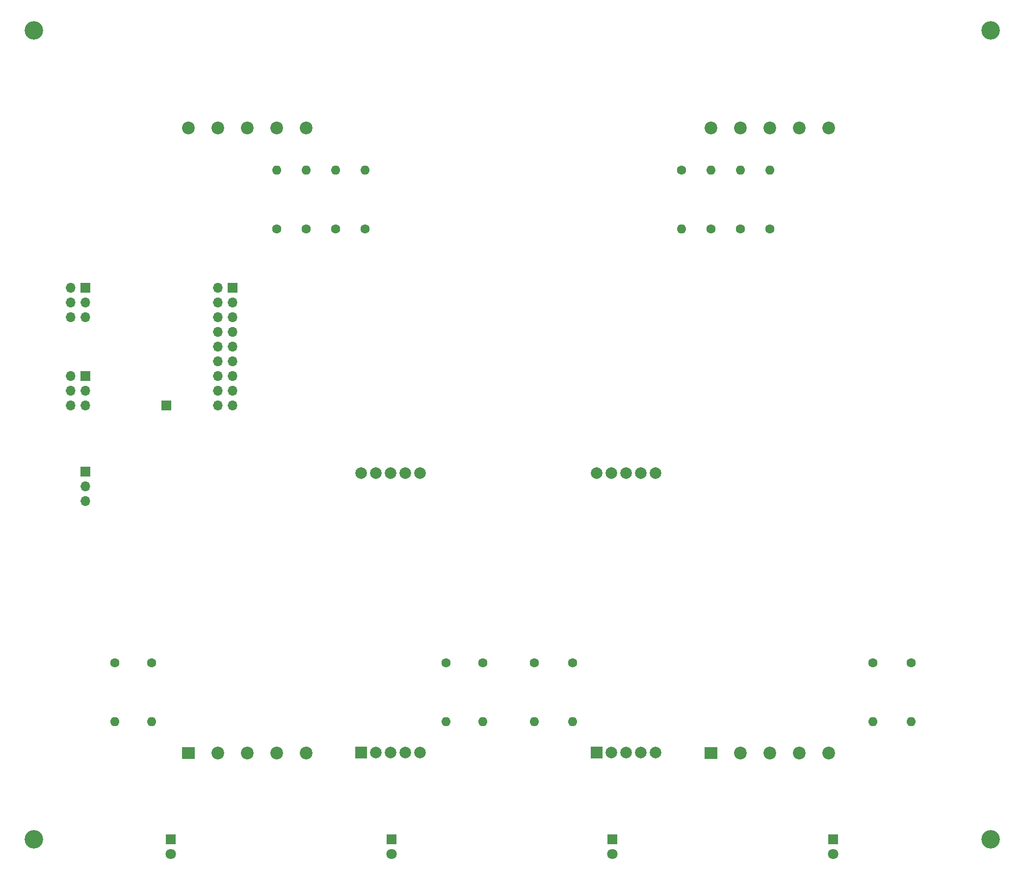
<source format=gbr>
%TF.GenerationSoftware,KiCad,Pcbnew,7.0.2*%
%TF.CreationDate,2023-07-06T23:20:30-07:00*%
%TF.ProjectId,Score-Board-Digits,53636f72-652d-4426-9f61-72642d446967,1*%
%TF.SameCoordinates,Original*%
%TF.FileFunction,Soldermask,Bot*%
%TF.FilePolarity,Negative*%
%FSLAX46Y46*%
G04 Gerber Fmt 4.6, Leading zero omitted, Abs format (unit mm)*
G04 Created by KiCad (PCBNEW 7.0.2) date 2023-07-06 23:20:30*
%MOMM*%
%LPD*%
G01*
G04 APERTURE LIST*
%ADD10C,3.200000*%
%ADD11R,1.800000X1.800000*%
%ADD12C,1.800000*%
%ADD13R,2.200000X2.000000*%
%ADD14C,2.200000*%
%ADD15R,2.000000X2.000000*%
%ADD16C,2.000000*%
%ADD17C,1.600000*%
%ADD18O,1.600000X1.600000*%
%ADD19R,1.700000X1.700000*%
%ADD20O,1.700000X1.700000*%
G04 APERTURE END LIST*
D10*
%TO.C,H1*%
X25430000Y-22295000D03*
%TD*%
D11*
%TO.C,LED4*%
X163352000Y-161995000D03*
D12*
X163352000Y-164535000D03*
%TD*%
D10*
%TO.C,H2*%
X190530000Y-22295000D03*
%TD*%
D13*
%TO.C,DIG4*%
X142270000Y-147095000D03*
D14*
X147350000Y-147095000D03*
X152430000Y-147095000D03*
X157510000Y-147095000D03*
X162590000Y-147095000D03*
X162590000Y-39145000D03*
X157510000Y-39145000D03*
X152430000Y-39145000D03*
X147350000Y-39145000D03*
X142270000Y-39145000D03*
%TD*%
D15*
%TO.C,DIG1*%
X81894200Y-147059800D03*
D16*
X84442000Y-147059800D03*
X86974200Y-147059800D03*
X89522000Y-147059800D03*
X92062000Y-147059800D03*
X92054200Y-98799800D03*
X89514200Y-98799800D03*
X86974200Y-98799800D03*
X84434200Y-98799800D03*
X81894200Y-98799800D03*
%TD*%
D13*
%TO.C,DIG3*%
X52100000Y-147095000D03*
D14*
X57180000Y-147095000D03*
X62260000Y-147095000D03*
X67340000Y-147095000D03*
X72420000Y-147095000D03*
X72420000Y-39145000D03*
X67340000Y-39145000D03*
X62260000Y-39145000D03*
X57180000Y-39145000D03*
X52100000Y-39145000D03*
%TD*%
D11*
%TO.C,LED1*%
X49052000Y-161995000D03*
D12*
X49052000Y-164535000D03*
%TD*%
D11*
%TO.C,LED3*%
X125252000Y-161995000D03*
D12*
X125252000Y-164535000D03*
%TD*%
D10*
%TO.C,H4*%
X190530000Y-161995000D03*
%TD*%
D11*
%TO.C,LED2*%
X87152000Y-161995000D03*
D12*
X87152000Y-164535000D03*
%TD*%
D15*
%TO.C,DIG2*%
X122534200Y-147059800D03*
D16*
X125082000Y-147059800D03*
X127614200Y-147059800D03*
X130162000Y-147059800D03*
X132702000Y-147059800D03*
X132694200Y-98799800D03*
X130154200Y-98799800D03*
X127614200Y-98799800D03*
X125074200Y-98799800D03*
X122534200Y-98799800D03*
%TD*%
D10*
%TO.C,H3*%
X25430000Y-161995000D03*
%TD*%
D17*
%TO.C,R5*%
X137190000Y-46425000D03*
D18*
X137190000Y-56585000D03*
%TD*%
D17*
%TO.C,R12*%
X170210000Y-131515000D03*
D18*
X170210000Y-141675000D03*
%TD*%
D19*
%TO.C,OPT10*%
X34325000Y-66760000D03*
D20*
X31785000Y-66760000D03*
X34325000Y-69300000D03*
X31785000Y-69300000D03*
X34325000Y-71840000D03*
X31785000Y-71840000D03*
%TD*%
D17*
%TO.C,R7*%
X142270000Y-56585000D03*
D18*
X142270000Y-46425000D03*
%TD*%
D19*
%TO.C,J1*%
X59725000Y-66755000D03*
D20*
X57185000Y-66755000D03*
X59725000Y-69295000D03*
X57185000Y-69295000D03*
X59725000Y-71835000D03*
X57185000Y-71835000D03*
X59725000Y-74375000D03*
X57185000Y-74375000D03*
X59725000Y-76915000D03*
X57185000Y-76915000D03*
X59725000Y-79455000D03*
X57185000Y-79455000D03*
X59725000Y-81995000D03*
X57185000Y-81995000D03*
X59725000Y-84535000D03*
X57185000Y-84535000D03*
X59725000Y-87075000D03*
X57185000Y-87075000D03*
%TD*%
D17*
%TO.C,R13*%
X45750000Y-131515000D03*
D18*
X45750000Y-141675000D03*
%TD*%
D17*
%TO.C,R10*%
X96550000Y-131515000D03*
D18*
X96550000Y-141675000D03*
%TD*%
D17*
%TO.C,R2*%
X72420000Y-56585000D03*
D18*
X72420000Y-46425000D03*
%TD*%
D17*
%TO.C,R11*%
X111790000Y-131515000D03*
D18*
X111790000Y-141675000D03*
%TD*%
D17*
%TO.C,R6*%
X147350000Y-56585000D03*
D18*
X147350000Y-46425000D03*
%TD*%
D17*
%TO.C,R3*%
X77500000Y-56585000D03*
D18*
X77500000Y-46425000D03*
%TD*%
D17*
%TO.C,R16*%
X176814000Y-131515000D03*
D18*
X176814000Y-141675000D03*
%TD*%
D19*
%TO.C,GND*%
X48290000Y-87065000D03*
%TD*%
D17*
%TO.C,R14*%
X102900000Y-131515000D03*
D18*
X102900000Y-141675000D03*
%TD*%
D17*
%TO.C,R4*%
X82580000Y-56585000D03*
D18*
X82580000Y-46425000D03*
%TD*%
D17*
%TO.C,R8*%
X152430000Y-56585000D03*
D18*
X152430000Y-46425000D03*
%TD*%
D19*
%TO.C,OPT1*%
X34325000Y-82000000D03*
D20*
X31785000Y-82000000D03*
X34325000Y-84540000D03*
X31785000Y-84540000D03*
X34325000Y-87080000D03*
X31785000Y-87080000D03*
%TD*%
D17*
%TO.C,R9*%
X39400000Y-131515000D03*
D18*
X39400000Y-141675000D03*
%TD*%
D19*
%TO.C,OPT-IND*%
X34320000Y-98495000D03*
D20*
X34320000Y-101035000D03*
X34320000Y-103575000D03*
%TD*%
D17*
%TO.C,R15*%
X118394000Y-131515000D03*
D18*
X118394000Y-141675000D03*
%TD*%
D17*
%TO.C,R1*%
X67340000Y-56585000D03*
D18*
X67340000Y-46425000D03*
%TD*%
M02*

</source>
